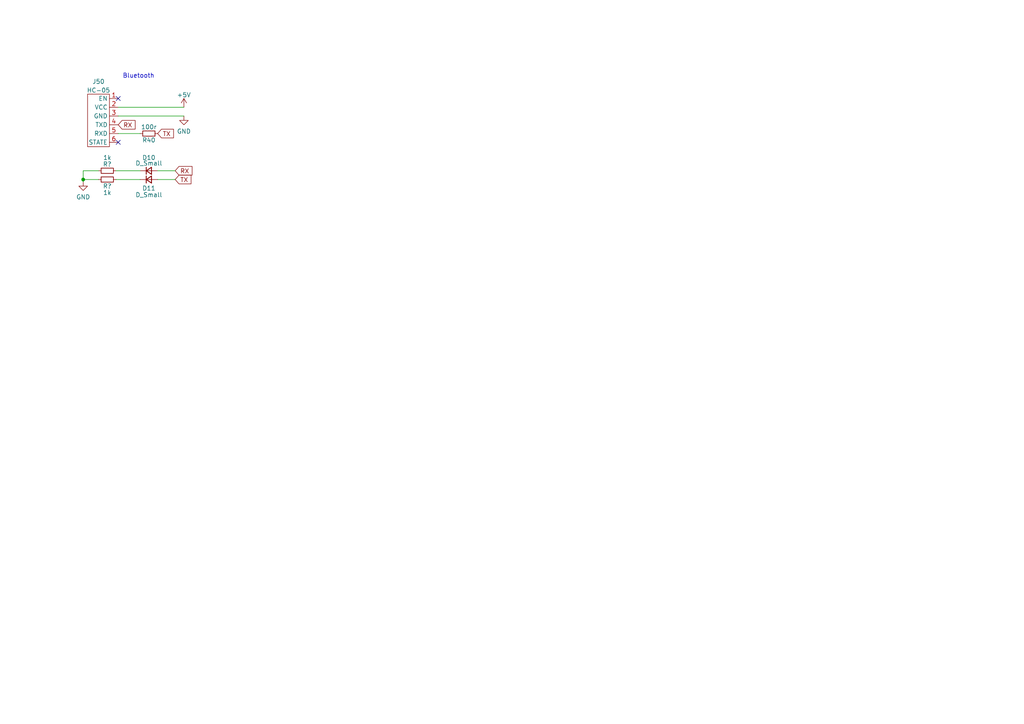
<source format=kicad_sch>
(kicad_sch (version 20211123) (generator eeschema)
  (paper "A4")
  (lib_symbols
    (symbol "CustomSymbols:HC-05"
      (property "Reference" "J" (at 0 -12.7 0))
      (property "Value" "HC-05" (at 0 -10.16 0))
      (symbol "HC-05_0_0"
        (pin input line (at -6.35 0 270) (length 2.54) (name "EN") (number "1"))
        (pin power_in line (at -3.81 0 270) (length 2.54) (name "VCC") (number "2"))
        (pin power_in line (at -1.27 0 270) (length 2.54) (name "GND") (number "3"))
        (pin output line (at 1.27 0 270) (length 2.54) (name "TXD") (number "4"))
        (pin input line (at 3.81 0 270) (length 2.54) (name "RXD") (number "5"))
        (pin bidirectional line (at 6.35 0 270) (length 2.54) (name "STATE") (number "6"))
      )
      (symbol "HC-05_0_1"
        (rectangle (start 7.62 -8.89) (end -7.62 -2.54) (stroke (width 0.1524)))
      )
    )
    (symbol "Device:D_Small" (pin_numbers hide) (pin_names (offset 0.254) hide)
      (property "Reference" "D" (at -1.27 2.032 0))
      (property "Value" "D_Small" (at -3.81 -2.032 0))
      (symbol "D_Small_0_1"
        (polyline (pts (xy -0.762 -1.016) (xy -0.762 1.016)) (stroke (width 0.254)))
        (polyline (pts (xy -0.762 0) (xy 0.762 0)))
        (polyline (pts (xy 0.762 -1.016) (xy -0.762 0) (xy 0.762 1.016) (xy 0.762 -1.016)) (stroke (width 0.254)))
      )
      (symbol "D_Small_1_1"
        (pin passive line (at -2.54 0 0) (length 1.778) (name "K") (number "1"))
        (pin passive line (at 2.54 0 180) (length 1.778) (name "A") (number "2"))
      )
    )
    (symbol "Device:R_Small" (pin_numbers hide) (pin_names (offset 0.254) hide)
      (property "Reference" "R" (at 0.762 0.508 0))
      (property "Value" "R_Small" (at 0.762 -1.016 0))
      (symbol "R_Small_0_1"
        (rectangle (start -0.762 1.778) (end 0.762 -1.778) (stroke (width 0.2032)))
      )
      (symbol "R_Small_1_1"
        (pin passive line (at 0 2.54 270) (length 0.762) (name "~") (number "1"))
        (pin passive line (at 0 -2.54 90) (length 0.762) (name "~") (number "2"))
      )
    )
    (symbol "power:+5V" (power) (pin_names (offset 0))
      (property "Value" "+5V" (at 0 3.556 0))
      (symbol "+5V_0_1"
        (polyline (pts (xy -0.762 1.27) (xy 0 2.54)))
        (polyline (pts (xy 0 0) (xy 0 2.54)))
        (polyline (pts (xy 0 2.54) (xy 0.762 1.27)))
      )
      (symbol "+5V_1_1"
        (pin power_in line (at 0 0 90) (length 0) hide (name "+5V") (number "1"))
      )
    )
    (symbol "power:GND" (power) (pin_names (offset 0))
      (property "Value" "GND" (at 0 -3.81 0))
      (symbol "GND_0_1"
        (polyline (pts (xy 0 0) (xy 0 -1.27) (xy 1.27 -1.27) (xy 0 -2.54) (xy -1.27 -1.27) (xy 0 -1.27)))
      )
      (symbol "GND_1_1"
        (pin power_in line (at 0 0 270) (length 0) hide (name "GND") (number "1"))
      )
    )
  )
  (junction (at 24.13 52.07))
  (no_connect (at 34.29 41.275))
  (no_connect (at 34.29 28.575))
  (wire (pts (xy 24.13 52.07) (xy 24.13 52.705)))
  (wire (pts (xy 33.655 49.53) (xy 40.64 49.53)))
  (wire (pts (xy 40.64 38.735) (xy 34.29 38.735)))
  (wire (pts (xy 45.72 52.07) (xy 50.8 52.07)))
  (wire (pts (xy 33.655 52.07) (xy 40.64 52.07)))
  (wire (pts (xy 28.575 49.53) (xy 24.13 49.53)))
  (wire (pts (xy 28.575 52.07) (xy 24.13 52.07)))
  (wire (pts (xy 45.72 49.53) (xy 50.8 49.53)))
  (wire (pts (xy 34.29 31.115) (xy 53.34 31.115)))
  (wire (pts (xy 24.13 49.53) (xy 24.13 52.07)))
  (wire (pts (xy 34.29 33.655) (xy 53.34 33.655)))
  (text "Bluetooth" (at 35.56 22.86 0) (effects (font (size 1.27 1.27)) (justify left bottom)))
  (global_label "TX" (shape input) (at 45.72 38.735 0) (property "Intersheet References" "${INTERSHEET_REFS}" (effects hide)))
  (global_label "RX" (shape input) (at 50.8 49.53 0) (property "Intersheet References" "${INTERSHEET_REFS}" (effects hide)))
  (global_label "RX" (shape input) (at 34.29 36.195 0) (property "Intersheet References" "${INTERSHEET_REFS}" (effects hide)))
  (global_label "TX" (shape input) (at 50.8 52.07 0) (property "Intersheet References" "${INTERSHEET_REFS}" (effects hide)))
  (symbol (lib_id "Device:R_Small") (at 31.115 49.53 270) (unit 1)
    (property "Reference" "R?" (at 31.115 47.625 90))
    (property "Value" "1k" (at 31.115 45.72 90))
  )
  (symbol (lib_id "power:+5V") (at 53.34 31.115 0) (unit 1)
    (property "Reference" "#PWR?" (effects hide))
    (property "Value" "+5V" (at 53.34 27.5392 0))
  )
  (symbol (lib_id "CustomSymbols:HC-05") (at 34.29 34.925 270) (unit 1)
    (property "Reference" "J50" (at 28.575 23.656 90))
    (property "Value" "HC-05" (at 28.575 26.1929 90))
  )
  (symbol (lib_id "Device:D_Small") (at 43.18 52.07 0) (unit 1)
    (property "Reference" "D11" (at 43.18 54.61 0))
    (property "Value" "D_Small" (at 43.18 56.515 0))
  )
  (symbol (lib_id "Device:R_Small") (at 43.18 38.735 270) (unit 1)
    (property "Reference" "R40" (at 43.18 40.64 90))
    (property "Value" "100r" (at 43.18 36.8355 90))
  )
  (symbol (lib_id "power:GND") (at 24.13 52.705 0) (unit 1)
    (property "Reference" "#PWR?" (effects hide))
    (property "Value" "GND" (at 24.13 57.1484 0))
  )
  (symbol (lib_id "Device:D_Small") (at 43.18 49.53 0) (unit 1)
    (property "Reference" "D10" (at 43.18 45.72 0))
    (property "Value" "D_Small" (at 43.18 47.3511 0))
  )
  (symbol (lib_id "power:GND") (at 53.34 33.655 0) (unit 1)
    (property "Reference" "#PWR?" (effects hide))
    (property "Value" "GND" (at 53.34 38.0984 0))
  )
  (symbol (lib_id "Device:R_Small") (at 31.115 52.07 90) (unit 1)
    (property "Reference" "R?" (at 31.115 53.975 90))
    (property "Value" "1k" (at 31.115 55.88 90))
  )
)
</source>
